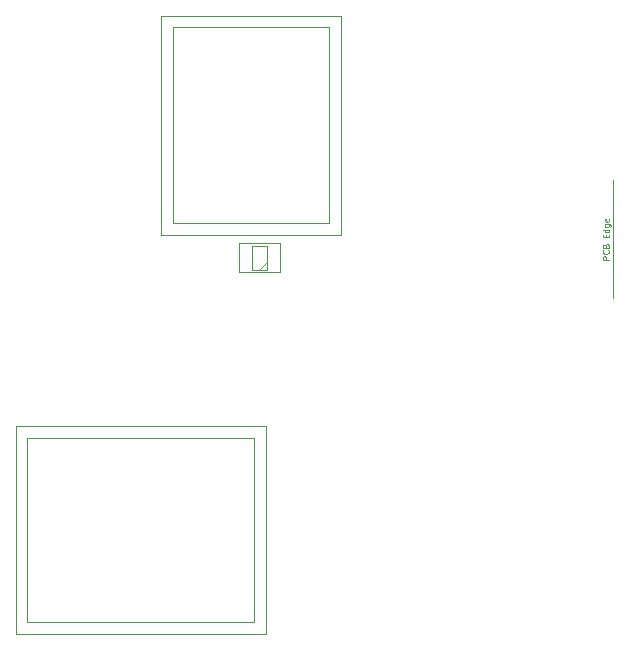
<source format=gbr>
G04 #@! TF.GenerationSoftware,KiCad,Pcbnew,8.0.8*
G04 #@! TF.CreationDate,2025-07-04T19:36:45+02:00*
G04 #@! TF.ProjectId,LaunchControl,4c61756e-6368-4436-9f6e-74726f6c2e6b,rev?*
G04 #@! TF.SameCoordinates,Original*
G04 #@! TF.FileFunction,OtherDrawing,Comment*
%FSLAX46Y46*%
G04 Gerber Fmt 4.6, Leading zero omitted, Abs format (unit mm)*
G04 Created by KiCad (PCBNEW 8.0.8) date 2025-07-04 19:36:45*
%MOMM*%
%LPD*%
G01*
G04 APERTURE LIST*
%ADD10C,0.100000*%
%ADD11C,0.050000*%
G04 APERTURE END LIST*
D10*
X168526109Y-54614285D02*
X168026109Y-54614285D01*
X168026109Y-54614285D02*
X168026109Y-54423809D01*
X168026109Y-54423809D02*
X168049919Y-54376190D01*
X168049919Y-54376190D02*
X168073728Y-54352380D01*
X168073728Y-54352380D02*
X168121347Y-54328571D01*
X168121347Y-54328571D02*
X168192776Y-54328571D01*
X168192776Y-54328571D02*
X168240395Y-54352380D01*
X168240395Y-54352380D02*
X168264204Y-54376190D01*
X168264204Y-54376190D02*
X168288014Y-54423809D01*
X168288014Y-54423809D02*
X168288014Y-54614285D01*
X168478490Y-53828571D02*
X168502300Y-53852380D01*
X168502300Y-53852380D02*
X168526109Y-53923809D01*
X168526109Y-53923809D02*
X168526109Y-53971428D01*
X168526109Y-53971428D02*
X168502300Y-54042856D01*
X168502300Y-54042856D02*
X168454680Y-54090475D01*
X168454680Y-54090475D02*
X168407061Y-54114285D01*
X168407061Y-54114285D02*
X168311823Y-54138094D01*
X168311823Y-54138094D02*
X168240395Y-54138094D01*
X168240395Y-54138094D02*
X168145157Y-54114285D01*
X168145157Y-54114285D02*
X168097538Y-54090475D01*
X168097538Y-54090475D02*
X168049919Y-54042856D01*
X168049919Y-54042856D02*
X168026109Y-53971428D01*
X168026109Y-53971428D02*
X168026109Y-53923809D01*
X168026109Y-53923809D02*
X168049919Y-53852380D01*
X168049919Y-53852380D02*
X168073728Y-53828571D01*
X168264204Y-53447618D02*
X168288014Y-53376190D01*
X168288014Y-53376190D02*
X168311823Y-53352380D01*
X168311823Y-53352380D02*
X168359442Y-53328571D01*
X168359442Y-53328571D02*
X168430871Y-53328571D01*
X168430871Y-53328571D02*
X168478490Y-53352380D01*
X168478490Y-53352380D02*
X168502300Y-53376190D01*
X168502300Y-53376190D02*
X168526109Y-53423809D01*
X168526109Y-53423809D02*
X168526109Y-53614285D01*
X168526109Y-53614285D02*
X168026109Y-53614285D01*
X168026109Y-53614285D02*
X168026109Y-53447618D01*
X168026109Y-53447618D02*
X168049919Y-53399999D01*
X168049919Y-53399999D02*
X168073728Y-53376190D01*
X168073728Y-53376190D02*
X168121347Y-53352380D01*
X168121347Y-53352380D02*
X168168966Y-53352380D01*
X168168966Y-53352380D02*
X168216585Y-53376190D01*
X168216585Y-53376190D02*
X168240395Y-53399999D01*
X168240395Y-53399999D02*
X168264204Y-53447618D01*
X168264204Y-53447618D02*
X168264204Y-53614285D01*
X168264204Y-52733333D02*
X168264204Y-52566666D01*
X168526109Y-52495238D02*
X168526109Y-52733333D01*
X168526109Y-52733333D02*
X168026109Y-52733333D01*
X168026109Y-52733333D02*
X168026109Y-52495238D01*
X168526109Y-52066666D02*
X168026109Y-52066666D01*
X168502300Y-52066666D02*
X168526109Y-52114285D01*
X168526109Y-52114285D02*
X168526109Y-52209523D01*
X168526109Y-52209523D02*
X168502300Y-52257142D01*
X168502300Y-52257142D02*
X168478490Y-52280952D01*
X168478490Y-52280952D02*
X168430871Y-52304761D01*
X168430871Y-52304761D02*
X168288014Y-52304761D01*
X168288014Y-52304761D02*
X168240395Y-52280952D01*
X168240395Y-52280952D02*
X168216585Y-52257142D01*
X168216585Y-52257142D02*
X168192776Y-52209523D01*
X168192776Y-52209523D02*
X168192776Y-52114285D01*
X168192776Y-52114285D02*
X168216585Y-52066666D01*
X168192776Y-51614285D02*
X168597538Y-51614285D01*
X168597538Y-51614285D02*
X168645157Y-51638095D01*
X168645157Y-51638095D02*
X168668966Y-51661904D01*
X168668966Y-51661904D02*
X168692776Y-51709523D01*
X168692776Y-51709523D02*
X168692776Y-51780952D01*
X168692776Y-51780952D02*
X168668966Y-51828571D01*
X168502300Y-51614285D02*
X168526109Y-51661904D01*
X168526109Y-51661904D02*
X168526109Y-51757142D01*
X168526109Y-51757142D02*
X168502300Y-51804761D01*
X168502300Y-51804761D02*
X168478490Y-51828571D01*
X168478490Y-51828571D02*
X168430871Y-51852380D01*
X168430871Y-51852380D02*
X168288014Y-51852380D01*
X168288014Y-51852380D02*
X168240395Y-51828571D01*
X168240395Y-51828571D02*
X168216585Y-51804761D01*
X168216585Y-51804761D02*
X168192776Y-51757142D01*
X168192776Y-51757142D02*
X168192776Y-51661904D01*
X168192776Y-51661904D02*
X168216585Y-51614285D01*
X168502300Y-51185714D02*
X168526109Y-51233333D01*
X168526109Y-51233333D02*
X168526109Y-51328571D01*
X168526109Y-51328571D02*
X168502300Y-51376190D01*
X168502300Y-51376190D02*
X168454680Y-51399999D01*
X168454680Y-51399999D02*
X168264204Y-51399999D01*
X168264204Y-51399999D02*
X168216585Y-51376190D01*
X168216585Y-51376190D02*
X168192776Y-51328571D01*
X168192776Y-51328571D02*
X168192776Y-51233333D01*
X168192776Y-51233333D02*
X168216585Y-51185714D01*
X168216585Y-51185714D02*
X168264204Y-51161904D01*
X168264204Y-51161904D02*
X168311823Y-51161904D01*
X168311823Y-51161904D02*
X168359442Y-51399999D01*
G04 #@! TO.C,J6*
X168875000Y-47900001D02*
X168875000Y-57899999D01*
G04 #@! TO.C,K1*
X118300000Y-68700001D02*
X118300000Y-86300001D01*
X118300000Y-86300001D02*
X139500000Y-86300001D01*
X119300000Y-69700001D02*
X138500000Y-69700001D01*
X119300000Y-85300001D02*
X119300000Y-69700001D01*
X138500000Y-69700001D02*
X138500000Y-85300001D01*
X138500000Y-85300001D02*
X119300000Y-85300001D01*
X139500000Y-86300001D02*
X139500001Y-68700001D01*
X139500001Y-68700001D02*
X118300000Y-68700001D01*
D11*
G04 #@! TO.C,IC2*
X137250000Y-53200000D02*
X140650000Y-53200000D01*
X137250000Y-55700000D02*
X137250000Y-53200000D01*
D10*
X138325000Y-53450000D02*
X139575000Y-53450000D01*
X138325000Y-55450000D02*
X138325000Y-53450000D01*
X139575000Y-53450000D02*
X139575000Y-55450000D01*
X139575000Y-54800000D02*
X138925000Y-55450000D01*
X139575000Y-55450000D02*
X138325000Y-55450000D01*
D11*
X140650000Y-53200000D02*
X140650000Y-55700000D01*
X140650000Y-55700000D02*
X137250000Y-55700000D01*
D10*
G04 #@! TO.C,IC1*
X130650000Y-33950000D02*
X145850000Y-33950000D01*
X130650000Y-52550000D02*
X130650000Y-33950000D01*
X131650000Y-34950000D02*
X144850000Y-34950000D01*
X131650000Y-51550000D02*
X131650000Y-34950000D01*
X144850000Y-34950000D02*
X144850000Y-51550000D01*
X144850000Y-51550000D02*
X131650000Y-51550000D01*
X145850000Y-33950000D02*
X145850000Y-52550000D01*
X145850000Y-52550000D02*
X130650000Y-52550000D01*
G04 #@! TD*
M02*

</source>
